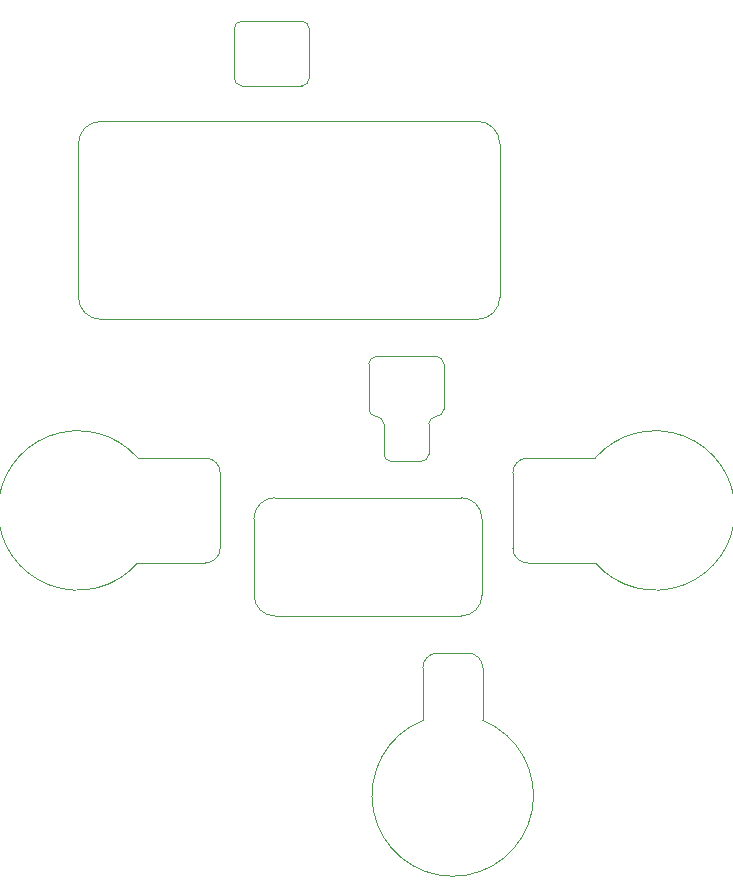
<source format=gm1>
G04 #@! TF.GenerationSoftware,KiCad,Pcbnew,(5.1.4-0-10_14)*
G04 #@! TF.CreationDate,2020-04-27T00:49:31-05:00*
G04 #@! TF.ProjectId,Lifedatalink_v1_revA,4c696665-6461-4746-916c-696e6b5f7631,rev?*
G04 #@! TF.SameCoordinates,Original*
G04 #@! TF.FileFunction,Profile,NP*
%FSLAX46Y46*%
G04 Gerber Fmt 4.6, Leading zero omitted, Abs format (unit mm)*
G04 Created by KiCad (PCBNEW (5.1.4-0-10_14)) date 2020-04-27 00:49:31*
%MOMM*%
%LPD*%
G04 APERTURE LIST*
%ADD10C,0.050000*%
G04 APERTURE END LIST*
D10*
X97028000Y-126873000D02*
G75*
G02X98298000Y-125603000I1270000J0D01*
G01*
X100838000Y-125603000D02*
G75*
G02X102108000Y-126873000I0J-1270000D01*
G01*
X97028000Y-126873000D02*
X97028001Y-131318001D01*
X100838000Y-125603000D02*
X98298000Y-125603000D01*
X102108000Y-131318001D02*
X102108000Y-126873000D01*
X102108000Y-131318001D02*
G75*
G02X97028001Y-131318001I-2540000J-6349999D01*
G01*
X105918000Y-117983000D02*
G75*
G02X104648000Y-116713000I0J1270000D01*
G01*
X104648000Y-110363000D02*
G75*
G02X105918000Y-109093000I1270000J0D01*
G01*
X105918000Y-117983000D02*
X111633000Y-117983000D01*
X104648000Y-110363000D02*
X104648000Y-116713000D01*
X111633001Y-109093001D02*
X105918000Y-109093000D01*
X111633001Y-109093001D02*
G75*
G02X111633001Y-117982999I5079999J-4444999D01*
G01*
X78613000Y-109093000D02*
G75*
G02X79883000Y-110363000I0J-1270000D01*
G01*
X79883000Y-116713000D02*
G75*
G02X78613000Y-117983000I-1270000J0D01*
G01*
X78613000Y-109093000D02*
X72897999Y-109093001D01*
X79883000Y-116713000D02*
X79883000Y-110363000D01*
X72897999Y-117982999D02*
X78613000Y-117983000D01*
X72897999Y-117982999D02*
G75*
G02X72897999Y-109093001I-5079999J4444999D01*
G01*
X100263960Y-112448340D02*
G75*
G02X102041960Y-114226340I0J-1778000D01*
G01*
X102041960Y-120703340D02*
G75*
G02X100263960Y-122481340I-1778000J0D01*
G01*
X84515960Y-122481340D02*
G75*
G02X82737960Y-120703340I0J1778000D01*
G01*
X82737960Y-114226340D02*
G75*
G02X84515960Y-112448340I1778000J0D01*
G01*
X82737960Y-120703340D02*
X82737960Y-114226340D01*
X100263960Y-122481340D02*
X84515960Y-122481340D01*
X102041960Y-114226340D02*
X102041960Y-120703340D01*
X84515960Y-112448340D02*
X100263960Y-112448340D01*
X69773800Y-97358200D02*
G75*
G02X67868800Y-95453200I0J1905000D01*
G01*
X67868800Y-82499200D02*
G75*
G02X69773800Y-80594200I1905000J0D01*
G01*
X101650800Y-80594200D02*
G75*
G02X103555800Y-82499200I0J-1905000D01*
G01*
X103555800Y-95453200D02*
G75*
G02X101650800Y-97358200I-1905000J0D01*
G01*
X103555800Y-82499200D02*
X103555800Y-95453200D01*
X69773800Y-80594200D02*
X101650800Y-80594200D01*
X67868800Y-95453200D02*
X67868800Y-82499200D01*
X101650800Y-97358200D02*
X69773800Y-97358200D01*
X86781640Y-72118220D02*
G75*
G02X87416640Y-72753220I0J-635000D01*
G01*
X81066640Y-72753220D02*
G75*
G02X81701640Y-72118220I635000J0D01*
G01*
X86781640Y-72118220D02*
X81701640Y-72118220D01*
X81066640Y-72753220D02*
X81066640Y-76944220D01*
X87416640Y-76944220D02*
X87416640Y-72753220D01*
X81701640Y-77579220D02*
G75*
G02X81066640Y-76944220I0J635000D01*
G01*
X87416640Y-76944220D02*
G75*
G02X86781640Y-77579220I-635000J0D01*
G01*
X81701640Y-77579220D02*
X86781640Y-77579220D01*
X97541080Y-106212640D02*
X97541080Y-108752640D01*
X93731080Y-106212640D02*
X93731080Y-108752640D01*
X97541080Y-108752640D02*
G75*
G02X96906080Y-109387640I-635000J0D01*
G01*
X94366080Y-109387640D02*
G75*
G02X93731080Y-108752640I0J635000D01*
G01*
X97541080Y-106212640D02*
G75*
G02X98176080Y-105577640I635000J0D01*
G01*
X98811080Y-104942640D02*
G75*
G02X98176080Y-105577640I-635000J0D01*
G01*
X93096080Y-105577640D02*
G75*
G02X93731080Y-106212640I0J-635000D01*
G01*
X93096080Y-105577640D02*
G75*
G02X92461080Y-104942640I0J635000D01*
G01*
X93096080Y-100497640D02*
X98176080Y-100497640D01*
X98176080Y-100497640D02*
G75*
G02X98811080Y-101132640I0J-635000D01*
G01*
X92461080Y-101132640D02*
G75*
G02X93096080Y-100497640I635000J0D01*
G01*
X92461080Y-104942640D02*
X92461080Y-101132640D01*
X96906080Y-109387640D02*
X94366080Y-109387640D01*
X98811080Y-101132640D02*
X98811080Y-104942640D01*
M02*

</source>
